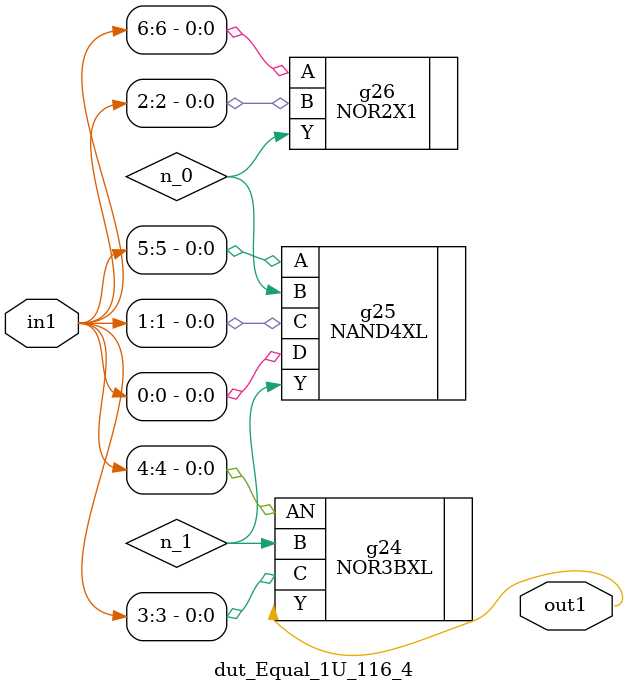
<source format=v>
`timescale 1ps / 1ps


module dut_Equal_1U_116_4(in1, out1);
  input [6:0] in1;
  output out1;
  wire [6:0] in1;
  wire out1;
  wire n_0, n_1;
  NOR3BXL g24(.AN (in1[4]), .B (n_1), .C (in1[3]), .Y (out1));
  NAND4XL g25(.A (in1[5]), .B (n_0), .C (in1[1]), .D (in1[0]), .Y
       (n_1));
  NOR2X1 g26(.A (in1[6]), .B (in1[2]), .Y (n_0));
endmodule



</source>
